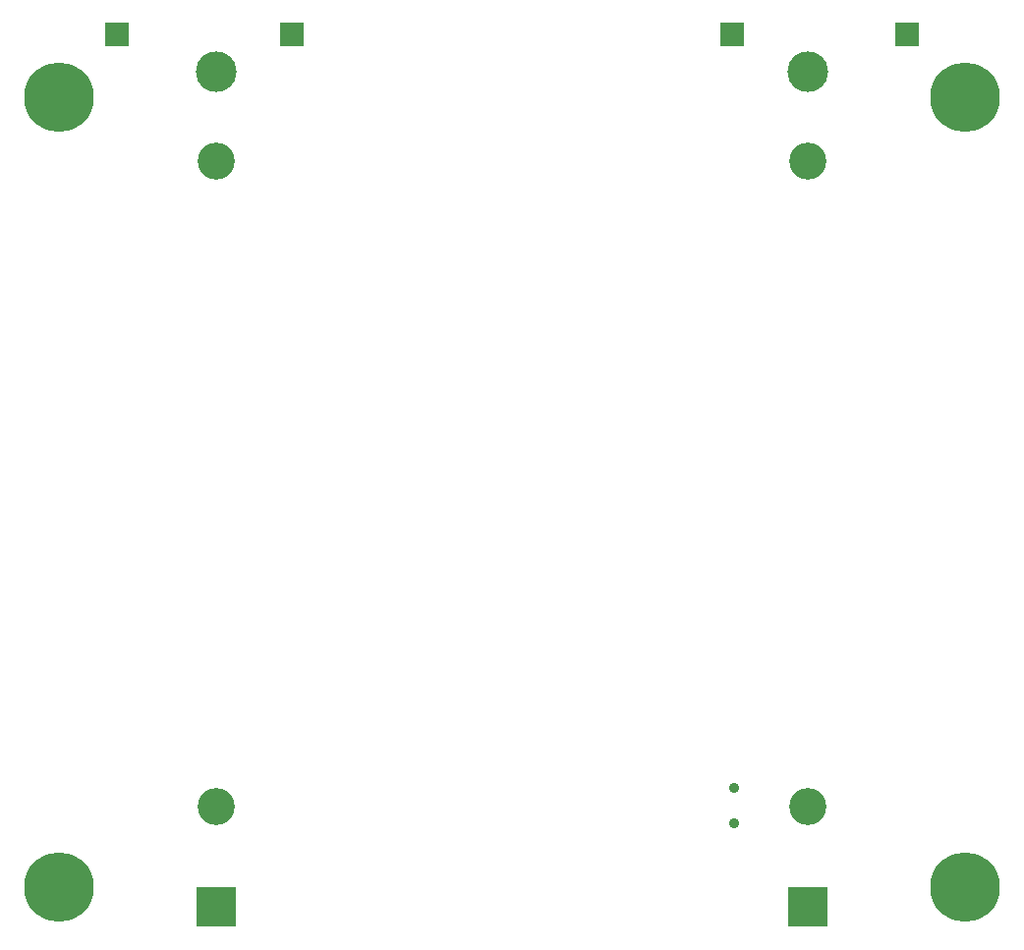
<source format=gbr>
%TF.GenerationSoftware,KiCad,Pcbnew,(6.0.7)*%
%TF.CreationDate,2022-10-18T10:08:25+03:00*%
%TF.ProjectId,TL-Node Rev.0,544c2d4e-6f64-4652-9052-65762e302e6b,rev?*%
%TF.SameCoordinates,Original*%
%TF.FileFunction,Soldermask,Bot*%
%TF.FilePolarity,Negative*%
%FSLAX46Y46*%
G04 Gerber Fmt 4.6, Leading zero omitted, Abs format (unit mm)*
G04 Created by KiCad (PCBNEW (6.0.7)) date 2022-10-18 10:08:25*
%MOMM*%
%LPD*%
G01*
G04 APERTURE LIST*
%ADD10C,0.800000*%
%ADD11C,6.000000*%
%ADD12R,2.000000X2.000000*%
%ADD13C,0.900000*%
%ADD14C,3.200000*%
%ADD15R,3.500000X3.500000*%
%ADD16C,3.500000*%
G04 APERTURE END LIST*
D10*
%TO.C,H2*%
X137409010Y-58590990D03*
X141250000Y-57000000D03*
X140590990Y-58590990D03*
D11*
X139000000Y-57000000D03*
D10*
X139000000Y-59250000D03*
X139000000Y-54750000D03*
X140590990Y-55409010D03*
X137409010Y-55409010D03*
X136750000Y-57000000D03*
%TD*%
D11*
%TO.C,H1*%
X61000000Y-57000000D03*
D10*
X59409010Y-58590990D03*
X62590990Y-58590990D03*
X58750000Y-57000000D03*
X59409010Y-55409010D03*
X62590990Y-55409010D03*
X61000000Y-54750000D03*
X63250000Y-57000000D03*
X61000000Y-59250000D03*
%TD*%
%TO.C,H4*%
X140590990Y-123409010D03*
X140590990Y-126590990D03*
X139000000Y-122750000D03*
X136750000Y-125000000D03*
X139000000Y-127250000D03*
X137409010Y-126590990D03*
X137409010Y-123409010D03*
D11*
X139000000Y-125000000D03*
D10*
X141250000Y-125000000D03*
%TD*%
D12*
%TO.C,SW3*%
X134060000Y-51500000D03*
X118940000Y-51500000D03*
%TD*%
D10*
%TO.C,H3*%
X63250000Y-125000000D03*
X62590990Y-123409010D03*
X59409010Y-123409010D03*
X62590990Y-126590990D03*
X61000000Y-122750000D03*
X58750000Y-125000000D03*
X61000000Y-127250000D03*
X59409010Y-126590990D03*
D11*
X61000000Y-125000000D03*
%TD*%
D12*
%TO.C,SW2*%
X81060000Y-51500000D03*
X65940000Y-51500000D03*
%TD*%
D13*
%TO.C,SW1*%
X119170000Y-116500000D03*
X119170000Y-119500000D03*
%TD*%
D14*
%TO.C,BT1*%
X74500000Y-118105000D03*
X74500000Y-62495000D03*
D15*
X74500000Y-126750000D03*
D16*
X74500000Y-54750000D03*
%TD*%
D14*
%TO.C,BT2*%
X125500000Y-118105000D03*
X125500000Y-62495000D03*
D15*
X125500000Y-126750000D03*
D16*
X125500000Y-54750000D03*
%TD*%
M02*

</source>
